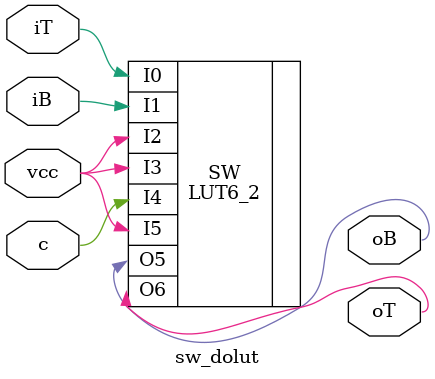
<source format=v>


module sw_dolut(iT,iB,c,vcc,oT,oB);

	input iT,iB;      // Input signals
	input vcc;
	input c;          // Challenge bit
	output oT,oB;     // Output signals

        (*DONT_TOUCH = "TRUE"*)
	LUT6_2 #( 
		.INIT(64'hccccaaaaaaaacccc) // Specify LUT Contents
	) SW(
		.O6(oT), 
		.O5(oB), 
		.I0(iT), 
		.I1(iB), 
		.I2(vcc), 
		.I3(vcc), 
		.I4(c), 
		.I5(vcc)                //(fast MUX select only available to O6 output)
	);


endmodule

</source>
